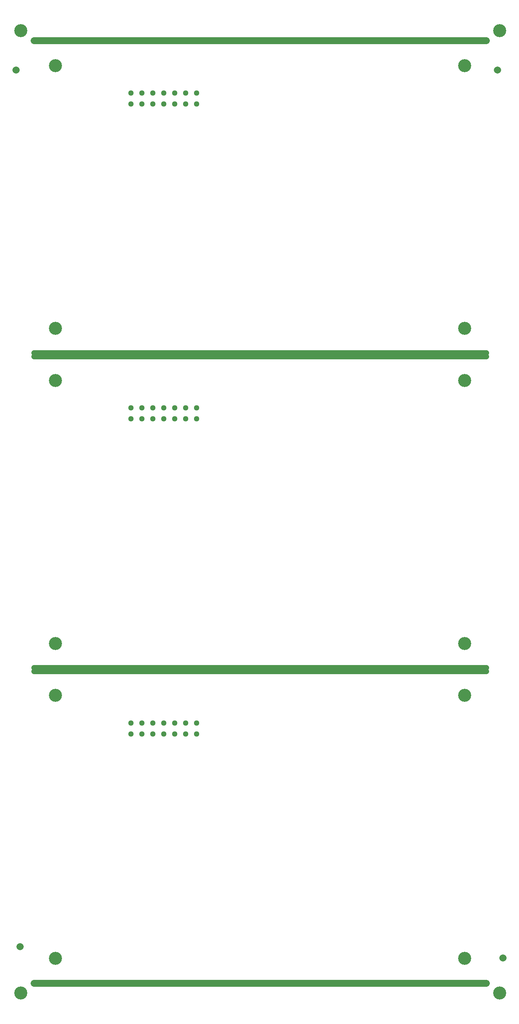
<source format=gbr>
G04 Generated on UCAM*
%FSLAX24Y24*%
%MOIN*%
%IPPOS*%
%ADD10C,0.05100*%
%ADD11C,0.11900*%
%ADD12C,0.06550*%
%ADD13C,0.06250*%
%ADD14C,0.05050*%
%SRX1Y1I0.0000J0.0000*%
%LN29384_rout*%
%LPD*%
D10*
X20661Y34291D03*
X21661D03*
X22661D03*
X23661D03*
X24661D03*
X25661D03*
X26661D03*
Y35291D03*
X25661D03*
X24661D03*
X23661D03*
X22661D03*
X21661D03*
X20661D03*
Y63071D03*
X21661D03*
X22661D03*
X23661D03*
X24661D03*
X25661D03*
X26661D03*
Y64071D03*
X25661D03*
X24661D03*
X23661D03*
X22661D03*
X21661D03*
X20661D03*
Y91850D03*
X21661D03*
X22661D03*
X23661D03*
X24661D03*
X25661D03*
X26661D03*
Y92850D03*
X25661D03*
X24661D03*
X23661D03*
X22661D03*
X21661D03*
X20661D03*
D11*
X10600Y10600D03*
X13780Y13780D03*
X51181D03*
X54380Y10600D03*
X13780Y37795D03*
Y42559D03*
X51181D03*
Y37795D03*
X13780Y66575D03*
Y71339D03*
X51181D03*
Y66575D03*
X13780Y95354D03*
X10600Y98533D03*
X51181Y95354D03*
X54380Y98533D03*
D12*
X10160Y94933D03*
X54173D03*
X54685Y13816D03*
X10544Y14840D03*
D13*
X11811Y11501D02*
X53150D01*
X53150Y97633D02*
X11811D01*
D14*
X53150Y40014D02*
X11811D01*
X53150Y68793D02*
X11811D01*
X11811Y40341D02*
X53150D01*
X11811Y69120D02*
X53150D01*
%LPD*%
M02*
</source>
